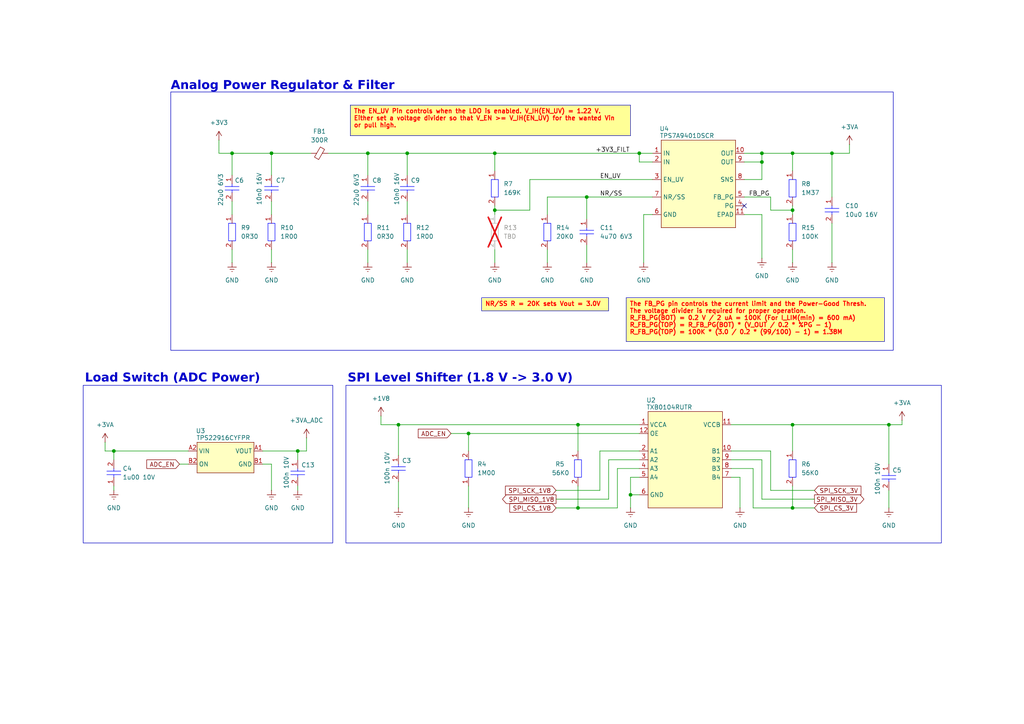
<source format=kicad_sch>
(kicad_sch (version 20231120) (generator "eeschema") (generator_version "8.0")
  (paper "A4")
  (lib_symbols
    (symbol "X-MODs_SchLib:C0402C105K8PACTU"
      (property "Reference" "C" (at -4.064 5.588 0))
      (property "Value" "1u00 10V" (at -4.064 3.302 0))
      (symbol "C0402C105K8PACTU_1_1"
        (polyline (pts (xy -1.27 0) (xy -0.508 0)) (stroke (width 0) (color 0 0 255 1)))
        (polyline (pts (xy -0.508 2.032) (xy -0.508 -2.032)) (stroke (width 0) (color 0 0 255 1)))
        (polyline (pts (xy 0.508 2.032) (xy 0.508 -2.032)) (stroke (width 0) (color 0 0 255 1)))
        (polyline (pts (xy 1.27 0) (xy 0.508 0)) (stroke (width 0) (color 0 0 255 1)))
        (pin passive line (at -3.81 0 0) (length 2.54) (name "") (number "1"))
        (pin passive line (at 3.81 0 180) (length 2.54) (name "") (number "2"))
      )
    )
    (symbol "X-MODs_SchLib:CL05A226MQ5CUN"
      (property "Reference" "C" (at -4.064 5.588 0))
      (property "Value" "22u0 6V3" (at -4.064 3.302 0))
      (symbol "CL05A226MQ5CUN_1_1"
        (polyline (pts (xy -1.27 0) (xy -0.508 0)) (stroke (width 0) (color 0 0 255 1)))
        (polyline (pts (xy -0.508 2.032) (xy -0.508 -2.032)) (stroke (width 0) (color 0 0 255 1)))
        (polyline (pts (xy 0.508 2.032) (xy 0.508 -2.032)) (stroke (width 0) (color 0 0 255 1)))
        (polyline (pts (xy 1.27 0) (xy 0.508 0)) (stroke (width 0) (color 0 0 255 1)))
        (pin passive line (at -3.81 0 0) (length 2.54) (name "") (number "1"))
        (pin passive line (at 3.81 0 180) (length 2.54) (name "") (number "2"))
      )
    )
    (symbol "X-MODs_SchLib:CL05B103JO5NNWC "
      (property "Reference" "C" (at -4.064 5.588 0))
      (property "Value" "10n0 16V" (at -4.064 3.302 0))
      (symbol "CL05B103JO5NNWC _1_1"
        (polyline (pts (xy -1.27 0) (xy -0.508 0)) (stroke (width 0) (color 0 0 255 1)))
        (polyline (pts (xy -0.508 2.032) (xy -0.508 -2.032)) (stroke (width 0) (color 0 0 255 1)))
        (polyline (pts (xy 0.508 2.032) (xy 0.508 -2.032)) (stroke (width 0) (color 0 0 255 1)))
        (polyline (pts (xy 1.27 0) (xy 0.508 0)) (stroke (width 0) (color 0 0 255 1)))
        (pin passive line (at -3.81 0 0) (length 2.54) (name "") (number "1"))
        (pin passive line (at 3.81 0 180) (length 2.54) (name "") (number "2"))
      )
    )
    (symbol "X-MODs_SchLib:CRCW0402100KFKEDC"
      (property "Reference" "R" (at -4.064 5.588 0))
      (property "Value" "100K" (at -4.064 3.302 0))
      (symbol "CRCW0402100KFKEDC_0_1"
        (rectangle (start -2.54 1.016) (end 2.54 -1.016) (stroke (width 0) (color 0 0 255 1)))
      )
      (symbol "CRCW0402100KFKEDC_1_1"
        (pin passive line (at -5.08 0 0) (length 2.54) (name "") (number "1"))
        (pin passive line (at 5.08 0 180) (length 2.54) (name "") (number "2"))
      )
    )
    (symbol "X-MODs_SchLib:CRCW0402169KFKTD "
      (property "Reference" "R" (at -4.064 5.588 0))
      (property "Value" "169K" (at -4.064 3.302 0))
      (symbol "CRCW0402169KFKTD _0_1"
        (rectangle (start -2.54 1.016) (end 2.54 -1.016) (stroke (width 0) (color 0 0 255 1)))
      )
      (symbol "CRCW0402169KFKTD _1_1"
        (pin passive line (at -5.08 0 0) (length 2.54) (name "") (number "1"))
        (pin passive line (at 5.08 0 180) (length 2.54) (name "") (number "2"))
      )
    )
    (symbol "X-MODs_SchLib:CRCW04021M37FKED "
      (property "Reference" "R" (at -4.064 5.588 0))
      (property "Value" "1M37" (at -4.064 3.302 0))
      (symbol "CRCW04021M37FKED _0_1"
        (rectangle (start -2.54 1.016) (end 2.54 -1.016) (stroke (width 0) (color 0 0 255 1)))
      )
      (symbol "CRCW04021M37FKED _1_1"
        (pin passive line (at -5.08 0 0) (length 2.54) (name "") (number "1"))
        (pin passive line (at 5.08 0 180) (length 2.54) (name "") (number "2"))
      )
    )
    (symbol "X-MODs_SchLib:CRCW04021R00FKEDHP"
      (property "Reference" "R" (at -4.064 5.588 0))
      (property "Value" "1R00" (at -4.064 3.302 0))
      (symbol "CRCW04021R00FKEDHP_0_1"
        (rectangle (start -2.54 1.016) (end 2.54 -1.016) (stroke (width 0) (color 0 0 255 1)))
      )
      (symbol "CRCW04021R00FKEDHP_1_1"
        (pin passive line (at -5.08 0 0) (length 2.54) (name "") (number "1"))
        (pin passive line (at 5.08 0 180) (length 2.54) (name "") (number "2"))
      )
    )
    (symbol "X-MODs_SchLib:CRCW040220K0FKED"
      (property "Reference" "R" (at -4.064 5.588 0))
      (property "Value" "20K0" (at -4.064 3.302 0))
      (symbol "CRCW040220K0FKED_0_1"
        (rectangle (start -2.54 1.016) (end 2.54 -1.016) (stroke (width 0) (color 0 0 255 1)))
      )
      (symbol "CRCW040220K0FKED_1_1"
        (pin passive line (at -5.08 0 0) (length 2.54) (name "") (number "1"))
        (pin passive line (at 5.08 0 180) (length 2.54) (name "") (number "2"))
      )
    )
    (symbol "X-MODs_SchLib:ERJ-2BQJR30X"
      (property "Reference" "R" (at -4.064 5.588 0))
      (property "Value" "0R30" (at -4.064 3.302 0))
      (symbol "ERJ-2BQJR30X_0_1"
        (rectangle (start -2.54 1.016) (end 2.54 -1.016) (stroke (width 0) (color 0 0 255 1)))
      )
      (symbol "ERJ-2BQJR30X_1_1"
        (pin passive line (at -5.08 0 0) (length 2.54) (name "") (number "1"))
        (pin passive line (at 5.08 0 180) (length 2.54) (name "") (number "2"))
      )
    )
    (symbol "X-MODs_SchLib:ERJ-2GEJ563X"
      (property "Reference" "R" (at -4.064 5.588 0))
      (property "Value" "56K0" (at -4.064 3.302 0))
      (symbol "ERJ-2GEJ563X_0_1"
        (rectangle (start -2.54 1.016) (end 2.54 -1.016) (stroke (width 0) (color 0 0 255 1)))
      )
      (symbol "ERJ-2GEJ563X_1_1"
        (pin passive line (at -5.08 0 0) (length 2.54) (name "") (number "1"))
        (pin passive line (at 5.08 0 180) (length 2.54) (name "") (number "2"))
      )
    )
    (symbol "X-MODs_SchLib:GRM155R60G106ME01D"
      (property "Reference" "C" (at -4.064 5.588 0))
      (property "Value" "10u0 16V" (at -4.064 3.302 0))
      (symbol "GRM155R60G106ME01D_1_1"
        (polyline (pts (xy -1.27 0) (xy -0.508 0)) (stroke (width 0) (color 0 0 255 1)))
        (polyline (pts (xy -0.508 2.032) (xy -0.508 -2.032)) (stroke (width 0) (color 0 0 255 1)))
        (polyline (pts (xy 0.508 2.032) (xy 0.508 -2.032)) (stroke (width 0) (color 0 0 255 1)))
        (polyline (pts (xy 1.27 0) (xy 0.508 0)) (stroke (width 0) (color 0 0 255 1)))
        (pin passive line (at -3.81 0 0) (length 2.54) (name "") (number "1"))
        (pin passive line (at 3.81 0 180) (length 2.54) (name "") (number "2"))
      )
      (symbol "GRM155R60G106ME01D_1_2"
        (pin passive line (at -3.81 0 0) (length 2.54) (name "") (number "1"))
        (pin passive line (at 3.81 0 180) (length 2.54) (name "") (number "2"))
      )
    )
    (symbol "X-MODs_SchLib:GRM155R71A104JA01D"
      (property "Reference" "C" (at -4.826 5.588 0))
      (property "Value" "100n 10V" (at -4.826 3.302 0))
      (symbol "GRM155R71A104JA01D_1_1"
        (polyline (pts (xy -1.27 0) (xy -0.508 0)) (stroke (width 0) (color 0 0 255 1)))
        (polyline (pts (xy -0.508 2.032) (xy -0.508 -2.032)) (stroke (width 0) (color 0 0 255 1)))
        (polyline (pts (xy 0.508 2.032) (xy 0.508 -2.032)) (stroke (width 0) (color 0 0 255 1)))
        (polyline (pts (xy 1.27 0) (xy 0.508 0)) (stroke (width 0) (color 0 0 255 1)))
        (pin passive line (at -3.81 0 0) (length 2.54) (name "") (number "1"))
        (pin passive line (at 3.81 0 180) (length 2.54) (name "") (number "2"))
      )
    )
    (symbol "X-MODs_SchLib:LI0402B301R-10" (pin_numbers hide) (pin_names (offset 0))
      (property "Reference" "FB" (at -0.254 5.461 0))
      (property "Value" "300R" (at -0.254 2.921 0))
      (symbol "LI0402B301R-10_0_1"
        (polyline (pts (xy 1.651 0) (xy 1.2446 0)))
        (polyline (pts (xy 3.81 0) (xy 3.3274 0)))
        (polyline (pts (xy 2.2606 -1.8288) (xy 1.0414 -1.1176) (xy 2.7432 1.8288) (xy 3.9624 1.1176) (xy 2.2606 -1.8288)))
      )
      (symbol "LI0402B301R-10_1_1"
        (pin passive line (at 0 0 0) (length 1.27) (name "~") (number "1"))
        (pin passive line (at 5.08 0 180) (length 1.27) (name "~") (number "2"))
      )
    )
    (symbol "X-MODs_SchLib:MSASJ105BB5475MFNA01"
      (property "Reference" "C" (at -4.064 5.588 0))
      (property "Value" "4u70 6V3" (at -4.064 3.302 0))
      (symbol "MSASJ105BB5475MFNA01_1_1"
        (polyline (pts (xy -1.27 0) (xy -0.508 0)) (stroke (width 0) (color 0 0 255 1)))
        (polyline (pts (xy -0.508 2.032) (xy -0.508 -2.032)) (stroke (width 0) (color 0 0 255 1)))
        (polyline (pts (xy 0.508 2.032) (xy 0.508 -2.032)) (stroke (width 0) (color 0 0 255 1)))
        (polyline (pts (xy 1.27 0) (xy 0.508 0)) (stroke (width 0) (color 0 0 255 1)))
        (pin passive line (at -3.81 0 0) (length 2.54) (name "") (number "1"))
        (pin passive line (at 3.81 0 180) (length 2.54) (name "") (number "2"))
      )
    )
    (symbol "X-MODs_SchLib:R"
      (property "Reference" "R" (at -4.064 5.588 0))
      (property "Value" "TBD" (at -4.064 3.302 0))
      (symbol "R_0_1"
        (rectangle (start -2.54 1.016) (end 2.54 -1.016) (stroke (width 0) (color 0 0 255 1)))
      )
      (symbol "R_1_1"
        (pin passive line (at -5.08 0 0) (length 2.54) (name "") (number "1"))
        (pin passive line (at 5.08 0 180) (length 2.54) (name "") (number "2"))
      )
    )
    (symbol "X-MODs_SchLib:RK73H1ERTTP1004F"
      (property "Reference" "R" (at -4.064 5.588 0))
      (property "Value" "1M00" (at -4.064 3.302 0))
      (symbol "RK73H1ERTTP1004F_0_1"
        (rectangle (start -2.54 1.016) (end 2.54 -1.016) (stroke (width 0) (color 0 0 255 1)))
      )
      (symbol "RK73H1ERTTP1004F_1_1"
        (pin passive line (at -5.08 0 0) (length 2.54) (name "") (number "1"))
        (pin passive line (at 5.08 0 180) (length 2.54) (name "") (number "2"))
      )
    )
    (symbol "X-MODs_SchLib:TPS22916CYFPR"
      (property "Reference" "U" (at -0.254 2.794 0))
      (property "Value" "TPS22916CYFPR" (at -0.254 1.016 0))
      (symbol "TPS22916CYFPR_0_1"
        (rectangle (start 0 0) (end 16.51 -8.89) (stroke (width 0) (color 128 0 0 1)) (fill (type background)))
      )
      (symbol "TPS22916CYFPR_1_1"
        (pin passive line (at 19.05 -2.54 180) (length 2.54) (name "VOUT") (number "A1"))
        (pin passive line (at -2.54 -2.54 0) (length 2.54) (name "VIN") (number "A2"))
        (pin passive line (at 19.05 -6.35 180) (length 2.54) (name "GND") (number "B1"))
        (pin passive line (at -2.54 -6.35 0) (length 2.54) (name "ON") (number "B2"))
      )
    )
    (symbol "X-MODs_SchLib:TPS7A9401DSCR "
      (property "Reference" "U" (at -0.254 2.794 0))
      (property "Value" "TPS7A9401DSCR " (at -0.254 1.016 0))
      (symbol "TPS7A9401DSCR _0_1"
        (rectangle (start 0 0) (end 21.59 -25.4) (stroke (width 0) (color 128 0 0 1)) (fill (type background)))
      )
      (symbol "TPS7A9401DSCR _1_1"
        (pin passive line (at -2.54 -3.81 0) (length 2.54) (name "IN") (number "1"))
        (pin passive line (at 24.13 -3.81 180) (length 2.54) (name "OUT") (number "10"))
        (pin passive line (at 24.13 -21.59 180) (length 2.54) (name "EPAD") (number "11"))
        (pin passive line (at -2.54 -6.35 0) (length 2.54) (name "IN") (number "2"))
        (pin passive line (at -2.54 -11.43 0) (length 2.54) (name "EN_UV") (number "3"))
        (pin passive line (at 24.13 -19.05 180) (length 2.54) (name "PG") (number "4"))
        (pin passive line (at 24.13 -16.51 180) (length 2.54) (name "FB_PG") (number "5"))
        (pin passive line (at -2.54 -21.59 0) (length 2.54) (name "GND") (number "6"))
        (pin passive line (at -2.54 -16.51 0) (length 2.54) (name "NR/SS") (number "7"))
        (pin passive line (at 24.13 -11.43 180) (length 2.54) (name "SNS") (number "8"))
        (pin passive line (at 24.13 -6.35 180) (length 2.54) (name "OUT") (number "9"))
      )
    )
    (symbol "X-MODs_SchLib:TXB0104RUTR"
      (property "Reference" "U" (at -0.254 2.794 0))
      (property "Value" "TXB0104RUTR" (at -0.254 1.016 0))
      (symbol "TXB0104RUTR_0_1"
        (rectangle (start 0 0) (end 21.59 -27.94) (stroke (width 0) (color 128 0 0 1)) (fill (type background)))
      )
      (symbol "TXB0104RUTR_1_1"
        (pin passive line (at -2.54 -3.81 0) (length 2.54) (name "VCCA") (number "1"))
        (pin passive line (at 24.13 -11.43 180) (length 2.54) (name "B1") (number "10"))
        (pin passive line (at 24.13 -3.81 180) (length 2.54) (name "VCCB") (number "11"))
        (pin passive line (at -2.54 -6.35 0) (length 2.54) (name "OE") (number "12"))
        (pin passive line (at -2.54 -11.43 0) (length 2.54) (name "A1") (number "2"))
        (pin passive line (at -2.54 -13.97 0) (length 2.54) (name "A2") (number "3"))
        (pin passive line (at -2.54 -16.51 0) (length 2.54) (name "A3") (number "4"))
        (pin passive line (at -2.54 -19.05 0) (length 2.54) (name "A4") (number "5"))
        (pin passive line (at -2.54 -24.13 0) (length 2.54) (name "GND") (number "6"))
        (pin passive line (at 24.13 -19.05 180) (length 2.54) (name "B4") (number "7"))
        (pin passive line (at 24.13 -16.51 180) (length 2.54) (name "B3") (number "8"))
        (pin passive line (at 24.13 -13.97 180) (length 2.54) (name "B2") (number "9"))
      )
    )
    (symbol "power:+3.3VA" (power) (pin_numbers hide) (pin_names (offset 0) hide)
      (property "Value" "+3.3VA" (at 0 3.556 0))
      (symbol "+3.3VA_0_1"
        (polyline (pts (xy -0.762 1.27) (xy 0 2.54)))
        (polyline (pts (xy 0 0) (xy 0 2.54)))
        (polyline (pts (xy 0 2.54) (xy 0.762 1.27)))
      )
      (symbol "+3.3VA_1_1"
        (pin power_in line (at 0 0 90) (length 0) (name "~") (number "1"))
      )
    )
    (symbol "power:Earth" (power) (pin_numbers hide) (pin_names (offset 0) hide)
      (property "Value" "Earth" (at 0 -3.81 0))
      (symbol "Earth_0_1"
        (polyline (pts (xy -0.635 -1.905) (xy 0.635 -1.905)))
        (polyline (pts (xy -0.127 -2.54) (xy 0.127 -2.54)))
        (polyline (pts (xy 0 -1.27) (xy 0 0)))
        (polyline (pts (xy 1.27 -1.27) (xy -1.27 -1.27)))
      )
      (symbol "Earth_1_1"
        (pin power_in line (at 0 0 270) (length 0) (name "~") (number "1"))
      )
    )
  )
  (junction (at 86.36 130.81))
  (junction (at 33.02 130.81))
  (junction (at 257.81 123.19))
  (junction (at 118.11 44.45))
  (junction (at 170.18 57.15))
  (junction (at 167.64 123.19))
  (junction (at 106.68 44.45))
  (junction (at 78.74 44.45))
  (junction (at 143.51 60.96))
  (junction (at 229.87 44.45))
  (junction (at 167.64 147.32))
  (junction (at 182.88 143.51))
  (junction (at 220.98 46.99))
  (junction (at 241.3 44.45))
  (junction (at 220.98 44.45))
  (junction (at 143.51 44.45))
  (junction (at 229.87 147.32))
  (junction (at 115.57 123.19))
  (junction (at 135.89 125.73))
  (junction (at 67.31 44.45))
  (junction (at 229.87 60.96))
  (junction (at 185.42 44.45))
  (junction (at 229.87 123.19))
  (no_connect (at 215.9 59.69))
  (wire (pts (xy 212.09 138.43) (xy 214.63 138.43)))
  (wire (pts (xy 215.9 44.45) (xy 220.98 44.45)))
  (wire (pts (xy 223.52 130.81) (xy 212.09 130.81)))
  (wire (pts (xy 189.23 46.99) (xy 185.42 46.99)))
  (wire (pts (xy 33.02 130.81) (xy 33.02 133.35)))
  (wire (pts (xy 63.5 40.64) (xy 63.5 44.45)))
  (wire (pts (xy 186.69 62.23) (xy 189.23 62.23)))
  (wire (pts (xy 218.44 135.89) (xy 212.09 135.89)))
  (wire (pts (xy 78.74 142.24) (xy 78.74 134.62)))
  (wire (pts (xy 215.9 62.23) (xy 220.98 62.23)))
  (wire (pts (xy 223.52 57.15) (xy 223.52 60.96)))
  (wire (pts (xy 223.52 142.24) (xy 223.52 130.81)))
  (wire (pts (xy 158.75 62.23) (xy 158.75 57.15)))
  (wire (pts (xy 215.9 52.07) (xy 220.98 52.07)))
  (wire (pts (xy 182.88 143.51) (xy 182.88 138.43)))
  (wire (pts (xy 185.42 46.99) (xy 185.42 44.45)))
  (wire (pts (xy 167.64 147.32) (xy 179.07 147.32)))
  (wire (pts (xy 215.9 57.15) (xy 223.52 57.15)))
  (wire (pts (xy 220.98 52.07) (xy 220.98 46.99)))
  (wire (pts (xy 229.87 44.45) (xy 241.3 44.45)))
  (wire (pts (xy 67.31 72.39) (xy 67.31 76.2)))
  (wire (pts (xy 30.48 128.27) (xy 30.48 130.81)))
  (wire (pts (xy 158.75 72.39) (xy 158.75 76.2)))
  (wire (pts (xy 173.99 142.24) (xy 173.99 130.81)))
  (wire (pts (xy 78.74 72.39) (xy 78.74 76.2)))
  (wire (pts (xy 220.98 133.35) (xy 212.09 133.35)))
  (wire (pts (xy 223.52 142.24) (xy 236.22 142.24)))
  (wire (pts (xy 153.67 52.07) (xy 189.23 52.07)))
  (wire (pts (xy 153.67 60.96) (xy 143.51 60.96)))
  (wire (pts (xy 223.52 60.96) (xy 229.87 60.96)))
  (wire (pts (xy 88.9 127) (xy 88.9 130.81)))
  (wire (pts (xy 118.11 72.39) (xy 118.11 76.2)))
  (wire (pts (xy 86.36 130.81) (xy 76.2 130.81)))
  (wire (pts (xy 173.99 130.81) (xy 185.42 130.81)))
  (wire (pts (xy 212.09 123.19) (xy 229.87 123.19)))
  (wire (pts (xy 179.07 135.89) (xy 185.42 135.89)))
  (wire (pts (xy 170.18 71.12) (xy 170.18 76.2)))
  (wire (pts (xy 220.98 44.45) (xy 229.87 44.45)))
  (wire (pts (xy 257.81 142.24) (xy 257.81 147.32)))
  (wire (pts (xy 161.29 144.78) (xy 176.53 144.78)))
  (wire (pts (xy 220.98 44.45) (xy 220.98 46.99)))
  (wire (pts (xy 143.51 44.45) (xy 185.42 44.45)))
  (wire (pts (xy 229.87 49.53) (xy 229.87 44.45)))
  (wire (pts (xy 86.36 130.81) (xy 86.36 133.35)))
  (wire (pts (xy 246.38 41.91) (xy 246.38 44.45)))
  (wire (pts (xy 106.68 44.45) (xy 118.11 44.45)))
  (wire (pts (xy 143.51 60.96) (xy 143.51 62.23)))
  (wire (pts (xy 257.81 123.19) (xy 257.81 134.62)))
  (wire (pts (xy 143.51 49.53) (xy 143.51 44.45)))
  (wire (pts (xy 110.49 123.19) (xy 115.57 123.19)))
  (wire (pts (xy 118.11 44.45) (xy 118.11 50.8)))
  (wire (pts (xy 143.51 72.39) (xy 143.51 76.2)))
  (wire (pts (xy 143.51 59.69) (xy 143.51 60.96)))
  (wire (pts (xy 86.36 140.97) (xy 86.36 142.24)))
  (wire (pts (xy 115.57 139.7) (xy 115.57 147.32)))
  (wire (pts (xy 118.11 58.42) (xy 118.11 62.23)))
  (wire (pts (xy 52.07 134.62) (xy 54.61 134.62)))
  (wire (pts (xy 182.88 143.51) (xy 182.88 147.32)))
  (wire (pts (xy 78.74 58.42) (xy 78.74 62.23)))
  (wire (pts (xy 167.64 140.97) (xy 167.64 147.32)))
  (wire (pts (xy 220.98 62.23) (xy 220.98 74.93)))
  (wire (pts (xy 115.57 123.19) (xy 115.57 132.08)))
  (wire (pts (xy 135.89 140.97) (xy 135.89 147.32)))
  (wire (pts (xy 220.98 144.78) (xy 220.98 133.35)))
  (wire (pts (xy 106.68 58.42) (xy 106.68 62.23)))
  (wire (pts (xy 241.3 76.2) (xy 241.3 64.77)))
  (wire (pts (xy 229.87 123.19) (xy 229.87 130.81)))
  (wire (pts (xy 218.44 147.32) (xy 229.87 147.32)))
  (wire (pts (xy 189.23 44.45) (xy 185.42 44.45)))
  (wire (pts (xy 257.81 123.19) (xy 261.62 123.19)))
  (wire (pts (xy 78.74 44.45) (xy 90.17 44.45)))
  (wire (pts (xy 118.11 44.45) (xy 143.51 44.45)))
  (wire (pts (xy 229.87 60.96) (xy 229.87 62.23)))
  (wire (pts (xy 220.98 46.99) (xy 215.9 46.99)))
  (wire (pts (xy 78.74 44.45) (xy 67.31 44.45)))
  (wire (pts (xy 182.88 143.51) (xy 185.42 143.51)))
  (wire (pts (xy 246.38 44.45) (xy 241.3 44.45)))
  (wire (pts (xy 229.87 59.69) (xy 229.87 60.96)))
  (wire (pts (xy 229.87 147.32) (xy 236.22 147.32)))
  (wire (pts (xy 67.31 44.45) (xy 67.31 50.8)))
  (wire (pts (xy 261.62 121.92) (xy 261.62 123.19)))
  (wire (pts (xy 218.44 147.32) (xy 218.44 135.89)))
  (wire (pts (xy 214.63 138.43) (xy 214.63 147.32)))
  (wire (pts (xy 167.64 123.19) (xy 185.42 123.19)))
  (wire (pts (xy 78.74 44.45) (xy 78.74 50.8)))
  (wire (pts (xy 88.9 130.81) (xy 86.36 130.81)))
  (wire (pts (xy 170.18 57.15) (xy 170.18 63.5)))
  (wire (pts (xy 135.89 125.73) (xy 135.89 130.81)))
  (wire (pts (xy 106.68 44.45) (xy 106.68 50.8)))
  (wire (pts (xy 161.29 147.32) (xy 167.64 147.32)))
  (wire (pts (xy 229.87 72.39) (xy 229.87 76.2)))
  (wire (pts (xy 176.53 144.78) (xy 176.53 133.35)))
  (wire (pts (xy 67.31 58.42) (xy 67.31 62.23)))
  (wire (pts (xy 176.53 133.35) (xy 185.42 133.35)))
  (wire (pts (xy 158.75 57.15) (xy 170.18 57.15)))
  (wire (pts (xy 229.87 123.19) (xy 257.81 123.19)))
  (wire (pts (xy 220.98 144.78) (xy 236.22 144.78)))
  (wire (pts (xy 115.57 123.19) (xy 167.64 123.19)))
  (wire (pts (xy 135.89 125.73) (xy 130.81 125.73)))
  (wire (pts (xy 78.74 134.62) (xy 76.2 134.62)))
  (wire (pts (xy 161.29 142.24) (xy 173.99 142.24)))
  (wire (pts (xy 182.88 138.43) (xy 185.42 138.43)))
  (wire (pts (xy 33.02 130.81) (xy 54.61 130.81)))
  (wire (pts (xy 30.48 130.81) (xy 33.02 130.81)))
  (wire (pts (xy 186.69 62.23) (xy 186.69 76.2)))
  (wire (pts (xy 67.31 44.45) (xy 63.5 44.45)))
  (wire (pts (xy 153.67 52.07) (xy 153.67 60.96)))
  (wire (pts (xy 33.02 140.97) (xy 33.02 142.24)))
  (wire (pts (xy 167.64 123.19) (xy 167.64 130.81)))
  (wire (pts (xy 241.3 57.15) (xy 241.3 44.45)))
  (wire (pts (xy 179.07 147.32) (xy 179.07 135.89)))
  (wire (pts (xy 229.87 140.97) (xy 229.87 147.32)))
  (wire (pts (xy 135.89 125.73) (xy 185.42 125.73)))
  (wire (pts (xy 170.18 57.15) (xy 189.23 57.15)))
  (wire (pts (xy 110.49 120.65) (xy 110.49 123.19)))
  (wire (pts (xy 95.25 44.45) (xy 106.68 44.45)))
  (wire (pts (xy 106.68 72.39) (xy 106.68 76.2)))
  (rectangle (start 49.53 26.67) (end 259.08 101.6))
  (rectangle (start 100.33 111.76) (end 273.05 157.48))
  (rectangle (start 24.13 111.76) (end 96.52 157.48))
  (text_box "The FB_PG pin controls the current limit and the Power-Good Thresh. \nThe voltage divider is required for proper operation.\nR_FB_PG(BOT) = 0.2 V / 2 uA = 100K (For I_LIM(min) = 600 mA) \nR_FB_PG(TOP) = R_FB_PG(BOT) * (V_OUT / 0.2 * %PG - 1) \nR_FB_PG(TOP) = 100K * (3.0 / 0.2 * (99/100) - 1) = 1.38M\n " (at 181.61 86.36 0) (size 74.93 12.7) (fill (type color) (color 255 255 150 1)) (effects (font (size 1.27 1.27) (thickness 0.254) (bold yes)) (justify left top)))
  (text_box "The EN_UV Pin controls when the LDO is enabled. V_IH(EN_UV) = 1.22 V.\nEither set a voltage divider so that V_EN >= V_IH(EN_UV) for the wanted Vin\nor pull high." (at 101.6 30.48 0) (size 81.28 8.89) (fill (type color) (color 255 255 150 1)) (effects (font (size 1.27 1.27) (thickness 0.254) (bold yes)) (justify left top)))
  (text_box "NR/SS R = 20K sets Vout = 3.0V" (at 139.7 86.36 0) (size 36.83 3.81) (fill (type color) (color 255 255 150 1)) (effects (font (size 1.27 1.27) (thickness 0.254) (bold yes)) (justify left top)))
  (text "Load Switch (ADC Power)" (at 24.638 110.49 0) (effects (font (size 2.54 2.54) (thickness 0.254) (bold yes) (italic yes)) (justify left)))
  (text "Analog Power Regulator & Filter" (at 49.53 25.654 0) (effects (font (size 2.54 2.54) (thickness 0.254) (bold yes) (italic yes)) (justify left)))
  (text "SPI Level Shifter (1.8 V -> 3.0 V)" (at 100.838 110.49 0) (effects (font (size 2.54 2.54) (thickness 0.254) (bold yes) (italic yes)) (justify left)))
  (label "+3V3_FILT" (at 172.72 44.45 0))
  (label "NR{slash}SS" (at 173.99 57.15 0))
  (label "FB_PG" (at 217.17 57.15 0))
  (label "EN_UV" (at 173.99 52.07 0))
  (global_label "SPI_MISO_1V8" (shape output) (at 161.29 144.78 180) (property "Intersheetrefs" "${INTERSHEET_REFS}" (effects (hide yes))))
  (global_label "SPI_SCK_1V8" (shape input) (at 161.29 142.24 180) (property "Intersheetrefs" "${INTERSHEET_REFS}" (effects (hide yes))))
  (global_label "SPI_MISO_3V" (shape output) (at 236.22 144.78 0) (property "Intersheetrefs" "${INTERSHEET_REFS}" (effects (hide yes))))
  (global_label "SPI_CS_1V8" (shape input) (at 161.29 147.32 180) (property "Intersheetrefs" "${INTERSHEET_REFS}" (effects (hide yes))))
  (global_label "SPI_CS_3V" (shape input) (at 236.22 147.32 0) (property "Intersheetrefs" "${INTERSHEET_REFS}" (effects (hide yes))))
  (global_label "ADC_EN" (shape input) (at 130.81 125.73 180) (property "Intersheetrefs" "${INTERSHEET_REFS}" (effects (hide yes))))
  (global_label "SPI_SCK_3V" (shape input) (at 236.22 142.24 0) (property "Intersheetrefs" "${INTERSHEET_REFS}" (effects (hide yes))))
  (global_label "ADC_EN" (shape input) (at 52.07 134.62 180) (property "Intersheetrefs" "${INTERSHEET_REFS}" (effects (hide yes))))
  (symbol (lib_id "power:Earth") (at 170.18 76.2 0) (unit 1)
    (property "Reference" "#PWR026" (effects (hide yes)))
    (property "Value" "GND" (at 170.18 81.28 0))
    (property "Description" "Power symbol creates a global label with name \"Earth\"" (effects (hide yes)))
  )
  (symbol (lib_id "X-MODs_SchLib:TPS22916CYFPR") (at 57.15 128.27 0) (unit 1)
    (property "Reference" "U3" (at 58.166 124.968 0))
    (property "Value" "TPS22916CYFPR" (at 64.77 127 0))
    (property "Footprint" "X-MODs_PcbLib:DSBGA-4_0.74x0.74mm" (effects (hide yes)))
    (property "Datasheet" "https://www.ti.com/lit/gpn/tps22916" (effects (hide yes)))
    (property "Description" "Power Switch ICs - Power Distribution 5.5-V, 2-A, 60-mohm, 10-nA leakage load switch with output discharge 4-DSBGA -40 to 85" (effects (hide yes)))
    (property "MPN" "TPS22916CYFPR" (effects (hide yes)))
  )
  (symbol (lib_id "X-MODs_SchLib:GRM155R71A104JA01D") (at 86.36 137.16 270) (unit 1)
    (property "Reference" "C13" (at 87.376 134.874 90) (effects (justify left)))
    (property "Value" "100n 10V" (at 83.058 132.334 0) (effects (justify left)))
    (property "Footprint" "X-MODs_PcbLib:C0402" (effects (hide yes)))
    (property "Datasheet" "https://www.mouser.es/datasheet/2/281/1/GRM155R71A104JA01_01A-1984196.pdf" (effects (hide yes)))
    (property "Description" "Multilayer Ceramic Capacitors MLCC - SMD/SMT 0.1 uF 10 VDC 5% 0402 X7R" (effects (hide yes)))
    (property "MPN" "GRM155R71A104JA01D" (effects (hide yes)))
  )
  (symbol (lib_id "X-MODs_SchLib:GRM155R60G106ME01D") (at 241.3 60.96 270) (unit 1)
    (property "Reference" "C10" (at 245.11 59.6899 90) (effects (justify left)))
    (property "Value" "10u0 16V" (at 245.11 62.2299 90) (effects (justify left)))
    (property "Footprint" "X-MODs_PcbLib:C0402" (effects (hide yes)))
    (property "Datasheet" "https://www.mouser.es/datasheet/2/281/1/GRM155R60G106ME01_01A-1983785.pdf" (effects (hide yes)))
    (property "Description" "Multilayer Ceramic Capacitors MLCC - SMD/SMT 10 uF 4 VDC 20% 0402 X5R" (effects (hide yes)))
    (property "MPN" "GRM155R60G106ME01D" (effects (hide yes)))
  )
  (symbol (lib_id "X-MODs_SchLib:TXB0104RUTR") (at 187.96 119.38 0) (unit 1)
    (property "Reference" "U2" (at 187.452 116.078 0) (effects (justify left)))
    (property "Value" "TXB0104RUTR" (at 187.452 118.11 0) (effects (justify left)))
    (property "Footprint" "X-MODs_PcbLib:UQFN-12_1.7x2mm" (effects (hide yes)))
    (property "Datasheet" "https://www.ti.com/lit/gpn/txb0104" (effects (hide yes)))
    (property "Description" "Translation - Voltage Levels 4B Bidir Vltg-Level Translator" (effects (hide yes)))
    (property "MPN" "TXB0104RUTR" (effects (hide yes)))
  )
  (symbol (lib_id "power:Earth") (at 115.57 147.32 0) (unit 1)
    (property "Reference" "#PWR012" (effects (hide yes)))
    (property "Value" "GND" (at 115.57 152.4 0))
    (property "Description" "Power symbol creates a global label with name \"Earth\"" (effects (hide yes)))
  )
  (symbol (lib_id "power:Earth") (at 143.51 76.2 0) (unit 1)
    (property "Reference" "#PWR024" (effects (hide yes)))
    (property "Value" "GND" (at 143.51 81.28 0))
    (property "Description" "Power symbol creates a global label with name \"Earth\"" (effects (hide yes)))
  )
  (symbol (lib_id "X-MODs_SchLib:MSASJ105BB5475MFNA01") (at 170.18 67.31 270) (unit 1)
    (property "Reference" "C11" (at 173.99 66.0399 90) (effects (justify left)))
    (property "Value" "4u70 6V3" (at 173.99 68.5799 90) (effects (justify left)))
    (property "Footprint" "X-MODs_PcbLib:C0402" (effects (hide yes)))
    (property "Datasheet" "https://www.mouser.es/datasheet/2/396/Tayio_Yuden_1102023_MS_mlcc_all_e-3081579.pdf" (effects (hide yes)))
    (property "Description" "Multilayer Ceramic Capacitors MLCC - SMD/SMT 6.3V 4.7uF X5R 0402 20%" (effects (hide yes)))
    (property "MPN" "MSASJ105BB5475MFNA01" (effects (hide yes)))
  )
  (symbol (lib_id "X-MODs_SchLib:CL05A226MQ5CUN") (at 106.68 54.61 270) (unit 1)
    (property "Reference" "C8" (at 107.95 52.324 90) (effects (justify left)))
    (property "Value" "22u0 6V3" (at 103.378 50.292 0) (effects (justify left)))
    (property "Footprint" "X-MODs_PcbLib:C0402" (effects (hide yes)))
    (property "Datasheet" "https://www.mouser.es/datasheet/2/585/Samsung_7_14_2022_CL05A226MQ5QUN_Specsheet-3000115.pdf" (effects (hide yes)))
    (property "Description" "Multilayer Ceramic Capacitors MLCC - SMD/SMT 0402, X5R, 22uF, +/-20%" (effects (hide yes)))
    (property "MPN" "CL05A226MQ5CUN" (effects (hide yes)))
  )
  (symbol (lib_id "X-MODs_SchLib:TPS7A9401DSCR ") (at 191.77 40.64 0) (unit 1)
    (property "Reference" "U4" (at 192.659 37.338 0))
    (property "Value" "TPS7A9401DSCR" (at 199.263 39.37 0))
    (property "Footprint" "X-MODs_PcbLib:WSON-10-3.15x3.15mm" (effects (hide yes)))
    (property "Datasheet" "https://www.ti.com/lit/gpn/tps7a94" (effects (hide yes)))
    (property "Description" "LDO Voltage Regulators 1-A, ultra-low noise, ultra-high PSRR, RF voltage regulator 10-WSON -40 to 125" (effects (hide yes)))
  )
  (symbol (lib_id "X-MODs_SchLib:CRCW04021R00FKEDHP") (at 118.11 67.31 270) (unit 1)
    (property "Reference" "R12" (at 120.65 66.0399 90) (effects (justify left)))
    (property "Value" "1R00" (at 120.65 68.5799 90) (effects (justify left)))
    (property "Footprint" "X-MODs_PcbLib:R0402" (effects (hide yes)))
    (property "Datasheet" "https://www.vishay.com/doc?20043" (effects (hide yes)))
    (property "Description" "Thick Film Resistors 0.2W 1ohms 1% High Power AEC-Q200" (effects (hide yes)))
    (property "MPN" " CRCW04021R00FKEDHP " (effects (hide yes)))
  )
  (symbol (lib_id "X-MODs_SchLib:CRCW04021R00FKEDHP") (at 78.74 67.31 270) (unit 1)
    (property "Reference" "R10" (at 81.28 66.0399 90) (effects (justify left)))
    (property "Value" "1R00" (at 81.28 68.5799 90) (effects (justify left)))
    (property "Footprint" "X-MODs_PcbLib:R0402" (effects (hide yes)))
    (property "Datasheet" "https://www.vishay.com/doc?20043" (effects (hide yes)))
    (property "Description" "Thick Film Resistors 0.2W 1ohms 1% High Power AEC-Q200" (effects (hide yes)))
    (property "MPN" " CRCW04021R00FKEDHP " (effects (hide yes)))
  )
  (symbol (lib_id "X-MODs_SchLib:CL05A226MQ5CUN") (at 67.31 54.61 270) (unit 1)
    (property "Reference" "C6" (at 68.072 52.324 90) (effects (justify left)))
    (property "Value" "22u0 6V3" (at 64.008 50.292 0) (effects (justify left)))
    (property "Footprint" "X-MODs_PcbLib:C0402" (effects (hide yes)))
    (property "Datasheet" "https://www.mouser.es/datasheet/2/585/Samsung_7_14_2022_CL05A226MQ5QUN_Specsheet-3000115.pdf" (effects (hide yes)))
    (property "Description" "Multilayer Ceramic Capacitors MLCC - SMD/SMT 0402, X5R, 22uF, +/-20%" (effects (hide yes)))
    (property "MPN" "CL05A226MQ5CUN" (effects (hide yes)))
  )
  (symbol (lib_id "power:Earth") (at 78.74 142.24 0) (unit 1)
    (property "Reference" "#PWR011" (effects (hide yes)))
    (property "Value" "GND" (at 78.74 147.32 0))
    (property "Description" "Power symbol creates a global label with name \"Earth\"" (effects (hide yes)))
  )
  (symbol (lib_id "power:Earth") (at 220.98 74.93 0) (unit 1)
    (property "Reference" "#PWR019" (effects (hide yes)))
    (property "Value" "GND" (at 220.98 80.01 0))
    (property "Description" "Power symbol creates a global label with name \"Earth\"" (effects (hide yes)))
  )
  (symbol (lib_id "power:Earth") (at 186.69 76.2 0) (unit 1)
    (property "Reference" "#PWR027" (effects (hide yes)))
    (property "Value" "GND" (at 186.69 81.28 0))
    (property "Description" "Power symbol creates a global label with name \"Earth\"" (effects (hide yes)))
  )
  (symbol (lib_id "power:Earth") (at 78.74 76.2 0) (unit 1)
    (property "Reference" "#PWR021" (effects (hide yes)))
    (property "Value" "GND" (at 78.74 81.28 0))
    (property "Description" "Power symbol creates a global label with name \"Earth\"" (effects (hide yes)))
  )
  (symbol (lib_id "power:Earth") (at 67.31 76.2 0) (unit 1)
    (property "Reference" "#PWR020" (effects (hide yes)))
    (property "Value" "GND" (at 67.31 81.28 0))
    (property "Description" "Power symbol creates a global label with name \"Earth\"" (effects (hide yes)))
  )
  (symbol (lib_id "X-MODs_SchLib:CL05B103JO5NNWC ") (at 78.74 54.61 270) (unit 1)
    (property "Reference" "C7" (at 80.01 52.324 90) (effects (justify left)))
    (property "Value" "10n0 16V" (at 75.184 50.038 0) (effects (justify left)))
    (property "Footprint" "X-MODs_PcbLib:C0402" (effects (hide yes)))
    (property "Datasheet" "https://www.mouser.es/datasheet/2/585/Samsung_MLCC_1837944-1929650.pdf" (effects (hide yes)))
    (property "Description" "Multilayer Ceramic Capacitors MLCC - SMD/SMT 10nX7R +/-5% 16v 040 0402" (effects (hide yes)))
    (property "MPN" "CL05B103JO5NNWC " (effects (hide yes)))
  )
  (symbol (lib_id "X-MODs_SchLib:C0402C105K8PACTU") (at 33.02 137.16 90) (unit 1)
    (property "Reference" "C4" (at 35.56 135.89 90) (effects (justify right)))
    (property "Value" "1u00 10V" (at 35.56 138.43 90) (effects (justify right)))
    (property "Footprint" "X-MODs_PcbLib:C0402" (effects (hide yes)))
    (property "Datasheet" "https://www.mouser.es/datasheet/2/447/KEM_C1006_X5R_SMD-3316465.pdf" (effects (hide yes)))
    (property "Description" "Multilayer Ceramic Capacitors MLCC - SMD/SMT 10V 1uF X5R 0402 10%" (effects (hide yes)))
    (property "MPN" "C0402C105K8PACTU" (effects (hide yes)))
  )
  (symbol (lib_id "X-MODs_SchLib:GRM155R71A104JA01D") (at 257.81 138.43 270) (unit 1)
    (property "Reference" "C5" (at 258.826 136.398 90) (effects (justify left)))
    (property "Value" "100n 10V" (at 254.508 134.112 0) (effects (justify left)))
    (property "Footprint" "X-MODs_PcbLib:C0402" (effects (hide yes)))
    (property "Datasheet" "https://www.mouser.es/datasheet/2/281/1/GRM155R71A104JA01_01A-1984196.pdf" (effects (hide yes)))
    (property "Description" "Multilayer Ceramic Capacitors MLCC - SMD/SMT 0.1 uF 10 VDC 5% 0402 X7R" (effects (hide yes)))
    (property "MPN" "GRM155R71A104JA01D" (effects (hide yes)))
  )
  (symbol (lib_id "X-MODs_SchLib:ERJ-2BQJR30X") (at 106.68 67.31 270) (unit 1)
    (property "Reference" "R11" (at 109.22 66.0399 90) (effects (justify left)))
    (property "Value" "0R30" (at 109.22 68.5799 90) (effects (justify left)))
    (property "Footprint" "X-MODs_PcbLib:R0402" (effects (hide yes)))
    (property "Datasheet" "https://www.mouser.es/datasheet/2/315/AOA0000C313-1141758.pdf" (effects (hide yes)))
    (property "Description" "Current Sense Resistors - SMD 0402 0.3ohm 5% Curr Sense AEC-Q200" (effects (hide yes)))
    (property "MPN" " ERJ-2BQJR30X " (effects (hide yes)))
  )
  (symbol (lib_id "power:+3.3VA") (at 30.48 128.27 0) (unit 1)
    (property "Reference" "#PWR08" (effects (hide yes)))
    (property "Value" "+3VA" (at 30.48 123.19 0))
    (property "Description" "Power symbol creates a global label with name \"+3.3VA\"" (effects (hide yes)))
  )
  (symbol (lib_id "X-MODs_SchLib:RK73H1ERTTP1004F") (at 135.89 135.89 90) (unit 1)
    (property "Reference" "R4" (at 138.43 134.6199 90) (effects (justify right)))
    (property "Value" "1M00" (at 138.43 137.1599 90) (effects (justify right)))
    (property "Footprint" "X-MODs_PcbLib:R0402" (effects (hide yes)))
    (property "Datasheet" "https://www.koaspeer.com/pdfs/RK73-RT.pdf" (effects (hide yes)))
    (property "Description" "Thick Film Resistors 1M ohm 1% 0.1W AEC-Q" (effects (hide yes)))
    (property "MPN" "RK73H1ERTTP1004F" (effects (hide yes)))
  )
  (symbol (lib_id "X-MODs_SchLib:CRCW0402100KFKEDC") (at 229.87 67.31 270) (unit 1)
    (property "Reference" "R15" (at 232.41 66.0399 90) (effects (justify left)))
    (property "Value" "100K" (at 232.41 68.5799 90) (effects (justify left)))
    (property "Footprint" "X-MODs_PcbLib:R0402" (effects (hide yes)))
    (property "Datasheet" "https://www.vishay.com/doc?28773" (effects (hide yes)))
    (property "Description" "Thick Film Resistors - SMD 1/16watt 100Kohms 1% Commercial Use" (effects (hide yes)))
    (property "MPN" "CRCW0402100KFKEDC" (effects (hide yes)))
  )
  (symbol (lib_id "power:Earth") (at 33.02 142.24 0) (unit 1)
    (property "Reference" "#PWR010" (effects (hide yes)))
    (property "Value" "GND" (at 33.02 147.32 0))
    (property "Description" "Power symbol creates a global label with name \"Earth\"" (effects (hide yes)))
  )
  (symbol (lib_id "power:Earth") (at 241.3 76.2 0) (unit 1)
    (property "Reference" "#PWR029" (effects (hide yes)))
    (property "Value" "GND" (at 241.3 81.28 0))
    (property "Description" "Power symbol creates a global label with name \"Earth\"" (effects (hide yes)))
  )
  (symbol (lib_id "power:Earth") (at 182.88 147.32 0) (unit 1)
    (property "Reference" "#PWR014" (effects (hide yes)))
    (property "Value" "GND" (at 182.88 152.4 0))
    (property "Description" "Power symbol creates a global label with name \"Earth\"" (effects (hide yes)))
  )
  (symbol (lib_id "power:Earth") (at 214.63 147.32 0) (unit 1)
    (property "Reference" "#PWR015" (effects (hide yes)))
    (property "Value" "GND" (at 214.63 152.4 0))
    (property "Description" "Power symbol creates a global label with name \"Earth\"" (effects (hide yes)))
  )
  (symbol (lib_id "power:Earth") (at 106.68 76.2 0) (unit 1)
    (property "Reference" "#PWR022" (effects (hide yes)))
    (property "Value" "GND" (at 106.68 81.28 0))
    (property "Description" "Power symbol creates a global label with name \"Earth\"" (effects (hide yes)))
  )
  (symbol (lib_id "X-MODs_SchLib:CRCW040220K0FKED") (at 158.75 67.31 270) (unit 1)
    (property "Reference" "R14" (at 161.29 66.0399 90) (effects (justify left)))
    (property "Value" "20K0" (at 161.29 68.5799 90) (effects (justify left)))
    (property "Footprint" "X-MODs_PcbLib:R0402" (effects (hide yes)))
    (property "Datasheet" "https://www.vishay.com/docs/20035/dcrcwe3.pdf" (effects (hide yes)))
    (property "Description" "Thick Film Resistors 1/16watt 20Kohms 1%" (effects (hide yes)))
    (property "MPN" "CRCW040220K0FKED" (effects (hide yes)))
  )
  (symbol (lib_id "X-MODs_SchLib:ERJ-2GEJ563X") (at 167.64 135.89 270) (unit 1)
    (property "Reference" "R5" (at 161.036 134.62 90) (effects (justify left)))
    (property "Value" "56K0" (at 160.02 137.16 90) (effects (justify left)))
    (property "Footprint" "X-MODs_PcbLib:R0402" (effects (hide yes)))
    (property "Datasheet" "https://www.mouser.es/datasheet/2/315/AOA0000C301-1488782.pdf" (effects (hide yes)))
    (property "Description" "Thick Film Resistors 0402 56Kohms 5% AEC-Q200" (effects (hide yes)))
    (property "MPN" "ERJ-2GEJ563X" (effects (hide yes)))
  )
  (symbol (lib_id "power:Earth") (at 257.81 147.32 0) (unit 1)
    (property "Reference" "#PWR016" (effects (hide yes)))
    (property "Value" "GND" (at 257.81 152.4 0))
    (property "Description" "Power symbol creates a global label with name \"Earth\"" (effects (hide yes)))
  )
  (symbol (lib_id "X-MODs_SchLib:ERJ-2BQJR30X") (at 67.31 67.31 270) (unit 1)
    (property "Reference" "R9" (at 69.85 66.0399 90) (effects (justify left)))
    (property "Value" "0R30" (at 69.85 68.5799 90) (effects (justify left)))
    (property "Footprint" "X-MODs_PcbLib:R0402" (effects (hide yes)))
    (property "Datasheet" "https://www.mouser.es/datasheet/2/315/AOA0000C313-1141758.pdf" (effects (hide yes)))
    (property "Description" "Current Sense Resistors - SMD 0402 0.3ohm 5% Curr Sense AEC-Q200" (effects (hide yes)))
    (property "MPN" " ERJ-2BQJR30X " (effects (hide yes)))
  )
  (symbol (lib_id "power:Earth") (at 118.11 76.2 0) (unit 1)
    (property "Reference" "#PWR023" (effects (hide yes)))
    (property "Value" "GND" (at 118.11 81.28 0))
    (property "Description" "Power symbol creates a global label with name \"Earth\"" (effects (hide yes)))
  )
  (symbol (lib_id "X-MODs_SchLib:R") (at 143.51 67.31 270) (unit 1) (dnp yes)
    (property "Reference" "R13" (at 146.05 66.0399 90) (effects (justify left)))
    (property "Value" "TBD" (at 146.05 68.5799 90) (effects (justify left)))
    (property "Footprint" "X-MODs_PcbLib:R0402" (effects (hide yes)))
  )
  (symbol (lib_id "X-MODs_SchLib:GRM155R71A104JA01D") (at 115.57 135.89 270) (unit 1)
    (property "Reference" "C3" (at 116.586 133.604 90) (effects (justify left)))
    (property "Value" "100n 10V" (at 112.268 131.064 0) (effects (justify left)))
    (property "Footprint" "X-MODs_PcbLib:C0402" (effects (hide yes)))
    (property "Datasheet" "https://www.mouser.es/datasheet/2/281/1/GRM155R71A104JA01_01A-1984196.pdf" (effects (hide yes)))
    (property "Description" "Multilayer Ceramic Capacitors MLCC - SMD/SMT 0.1 uF 10 VDC 5% 0402 X7R" (effects (hide yes)))
    (property "MPN" "GRM155R71A104JA01D" (effects (hide yes)))
  )
  (symbol (lib_id "X-MODs_SchLib:CRCW0402169KFKTD ") (at 143.51 54.61 270) (unit 1)
    (property "Reference" "R7" (at 146.05 53.3399 90) (effects (justify left)))
    (property "Value" "169K" (at 146.05 55.8799 90) (effects (justify left)))
    (property "Footprint" "X-MODs_PcbLib:R0402" (effects (hide yes)))
    (property "Datasheet" "https://www.vishay.com/docs/20008/dcrcw.pdf" (effects (hide yes)))
    (property "Description" "Thick Film Resistors - SMD 1/16watt 169Kohms 1%" (effects (hide yes)))
    (property "MPN" "CRCW0402169KFKTD " (effects (hide yes)))
  )
  (symbol (lib_id "power:Earth") (at 229.87 76.2 0) (unit 1)
    (property "Reference" "#PWR028" (effects (hide yes)))
    (property "Value" "GND" (at 229.87 81.28 0))
    (property "Description" "Power symbol creates a global label with name \"Earth\"" (effects (hide yes)))
  )
  (symbol (lib_id "power:Earth") (at 86.36 142.24 0) (unit 1)
    (property "Reference" "#PWR042" (effects (hide yes)))
    (property "Value" "GND" (at 86.36 147.32 0))
    (property "Description" "Power symbol creates a global label with name \"Earth\"" (effects (hide yes)))
  )
  (symbol (lib_id "power:+3.3VA") (at 261.62 121.92 0) (unit 1)
    (property "Reference" "#PWR07" (effects (hide yes)))
    (property "Value" "+3VA" (at 261.62 116.84 0))
    (property "Description" "Power symbol creates a global label with name \"+3.3VA\"" (effects (hide yes)))
  )
  (symbol (lib_id "power:+3.3VA") (at 88.9 127 0) (unit 1)
    (property "Reference" "#PWR09" (effects (hide yes)))
    (property "Value" "+3VA_ADC" (at 88.9 121.92 0))
    (property "Description" "Power symbol creates a global label with name \"+3.3VA\"" (effects (hide yes)))
  )
  (symbol (lib_id "X-MODs_SchLib:LI0402B301R-10") (at 90.17 44.45 0) (unit 1)
    (property "Reference" "FB1" (at 92.6719 38.1 0))
    (property "Value" "300R" (at 92.6719 40.64 0))
    (property "Footprint" "X-MODs_PcbLib:L0402" (effects (hide yes)))
    (property "Datasheet" "https://www.mouser.es/datasheet/2/987/li0402b301r_10_datasheet-2946890.pdf" (effects (hide yes)))
    (property "Description" "Ferrite Beads 300ohms 100MHz .2A Monolithic 0402 SMD" (effects (hide yes)))
    (property "MPN" " LI0402B301R-10 " (effects (hide yes)))
  )
  (symbol (lib_id "power:+3.3VA") (at 246.38 41.91 0) (unit 1)
    (property "Reference" "#PWR018" (effects (hide yes)))
    (property "Value" "+3VA" (at 246.38 36.83 0))
    (property "Description" "Power symbol creates a global label with name \"+3.3VA\"" (effects (hide yes)))
  )
  (symbol (lib_id "power:+3.3VA") (at 63.5 40.64 0) (unit 1)
    (property "Reference" "#PWR017" (effects (hide yes)))
    (property "Value" "+3V3" (at 63.5 35.56 0))
    (property "Description" "Power symbol creates a global label with name \"+3.3VA\"" (effects (hide yes)))
  )
  (symbol (lib_id "X-MODs_SchLib:CRCW04021M37FKED ") (at 229.87 54.61 270) (unit 1)
    (property "Reference" "R8" (at 232.41 53.3399 90) (effects (justify left)))
    (property "Value" "1M37" (at 232.41 55.8799 90) (effects (justify left)))
    (property "Footprint" "X-MODs_PcbLib:R0402" (effects (hide yes)))
    (property "Datasheet" "https://www.vishay.com/docs/20035/dcrcwe3.pdf" (effects (hide yes)))
    (property "Description" "Thick Film Resistors - SMD 1/16watt 1.37Mohms 1% 100ppm" (effects (hide yes)))
    (property "MPN" "CRCW04021M37FKED " (effects (hide yes)))
  )
  (symbol (lib_id "X-MODs_SchLib:ERJ-2GEJ563X") (at 229.87 135.89 270) (unit 1)
    (property "Reference" "R6" (at 232.41 134.6199 90) (effects (justify left)))
    (property "Value" "56K0" (at 232.41 137.1599 90) (effects (justify left)))
    (property "Footprint" "X-MODs_PcbLib:R0402" (effects (hide yes)))
    (property "Datasheet" "https://www.mouser.es/datasheet/2/315/AOA0000C301-1488782.pdf" (effects (hide yes)))
    (property "Description" "Thick Film Resistors 0402 56Kohms 5% AEC-Q200" (effects (hide yes)))
    (property "MPN" "ERJ-2GEJ563X" (effects (hide yes)))
  )
  (symbol (lib_id "X-MODs_SchLib:CL05B103JO5NNWC ") (at 118.11 54.61 270) (unit 1)
    (property "Reference" "C9" (at 119.126 52.324 90) (effects (justify left)))
    (property "Value" "10n0 16V" (at 115.062 50.038 0) (effects (justify left)))
    (property "Footprint" "X-MODs_PcbLib:C0402" (effects (hide yes)))
    (property "Datasheet" "https://www.mouser.es/datasheet/2/585/Samsung_MLCC_1837944-1929650.pdf" (effects (hide yes)))
    (property "Description" "Multilayer Ceramic Capacitors MLCC - SMD/SMT 10nX7R +/-5% 16v 040 0402" (effects (hide yes)))
    (property "MPN" "CL05B103JO5NNWC " (effects (hide yes)))
  )
  (symbol (lib_id "power:Earth") (at 158.75 76.2 0) (unit 1)
    (property "Reference" "#PWR025" (effects (hide yes)))
    (property "Value" "GND" (at 158.75 81.28 0))
    (property "Description" "Power symbol creates a global label with name \"Earth\"" (effects (hide yes)))
  )
  (symbol (lib_id "power:Earth") (at 135.89 147.32 0) (unit 1)
    (property "Reference" "#PWR013" (effects (hide yes)))
    (property "Value" "GND" (at 135.89 152.4 0))
    (property "Description" "Power symbol creates a global label with name \"Earth\"" (effects (hide yes)))
  )
  (symbol (lib_id "power:+3.3VA") (at 110.49 120.65 0) (unit 1)
    (property "Reference" "#PWR06" (effects (hide yes)))
    (property "Value" "+1V8" (at 110.49 115.57 0))
    (property "Description" "Power symbol creates a global label with name \"+3.3VA\"" (effects (hide yes)))
  )
)
</source>
